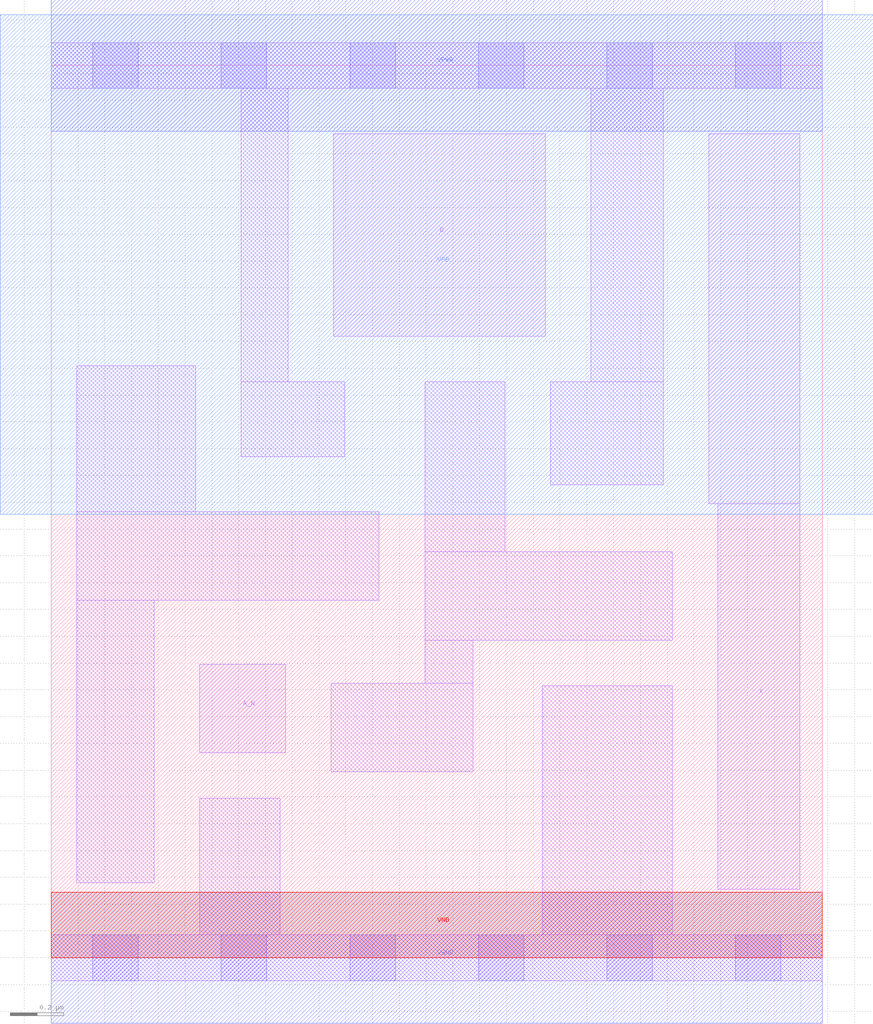
<source format=lef>
# Copyright 2020 The SkyWater PDK Authors
#
# Licensed under the Apache License, Version 2.0 (the "License");
# you may not use this file except in compliance with the License.
# You may obtain a copy of the License at
#
#     https://www.apache.org/licenses/LICENSE-2.0
#
# Unless required by applicable law or agreed to in writing, software
# distributed under the License is distributed on an "AS IS" BASIS,
# WITHOUT WARRANTIES OR CONDITIONS OF ANY KIND, either express or implied.
# See the License for the specific language governing permissions and
# limitations under the License.
#
# SPDX-License-Identifier: Apache-2.0

VERSION 5.7 ;
  NOWIREEXTENSIONATPIN ON ;
  DIVIDERCHAR "/" ;
  BUSBITCHARS "[]" ;
MACRO sky130_fd_sc_lp__and2b_1
  CLASS CORE ;
  FOREIGN sky130_fd_sc_lp__and2b_1 ;
  ORIGIN  0.000000  0.000000 ;
  SIZE  2.880000 BY  3.330000 ;
  SYMMETRY X Y R90 ;
  SITE unit ;
  PIN A_N
    ANTENNAGATEAREA  0.126000 ;
    DIRECTION INPUT ;
    USE SIGNAL ;
    PORT
      LAYER li1 ;
        RECT 0.555000 0.765000 0.875000 1.095000 ;
    END
  END A_N
  PIN B
    ANTENNAGATEAREA  0.126000 ;
    DIRECTION INPUT ;
    USE SIGNAL ;
    PORT
      LAYER li1 ;
        RECT 1.055000 2.320000 1.845000 3.075000 ;
    END
  END B
  PIN X
    ANTENNADIFFAREA  0.556500 ;
    DIRECTION OUTPUT ;
    USE SIGNAL ;
    PORT
      LAYER li1 ;
        RECT 2.455000 1.695000 2.795000 3.075000 ;
        RECT 2.490000 0.255000 2.795000 1.695000 ;
    END
  END X
  PIN VGND
    DIRECTION INOUT ;
    USE GROUND ;
    PORT
      LAYER met1 ;
        RECT 0.000000 -0.245000 2.880000 0.245000 ;
    END
  END VGND
  PIN VNB
    DIRECTION INOUT ;
    USE GROUND ;
    PORT
      LAYER pwell ;
        RECT 0.000000 0.000000 2.880000 0.245000 ;
    END
  END VNB
  PIN VPB
    DIRECTION INOUT ;
    USE POWER ;
    PORT
      LAYER nwell ;
        RECT -0.190000 1.655000 3.070000 3.520000 ;
    END
  END VPB
  PIN VPWR
    DIRECTION INOUT ;
    USE POWER ;
    PORT
      LAYER met1 ;
        RECT 0.000000 3.085000 2.880000 3.575000 ;
    END
  END VPWR
  OBS
    LAYER li1 ;
      RECT 0.000000 -0.085000 2.880000 0.085000 ;
      RECT 0.000000  3.245000 2.880000 3.415000 ;
      RECT 0.095000  0.280000 0.385000 1.335000 ;
      RECT 0.095000  1.335000 1.225000 1.665000 ;
      RECT 0.095000  1.665000 0.540000 2.210000 ;
      RECT 0.555000  0.085000 0.855000 0.595000 ;
      RECT 0.710000  1.870000 1.095000 2.150000 ;
      RECT 0.710000  2.150000 0.885000 3.245000 ;
      RECT 1.045000  0.695000 1.575000 1.025000 ;
      RECT 1.395000  1.025000 1.575000 1.185000 ;
      RECT 1.395000  1.185000 2.320000 1.515000 ;
      RECT 1.395000  1.515000 1.695000 2.150000 ;
      RECT 1.835000  0.085000 2.320000 1.015000 ;
      RECT 1.865000  1.765000 2.285000 2.150000 ;
      RECT 2.015000  2.150000 2.285000 3.245000 ;
    LAYER mcon ;
      RECT 0.155000 -0.085000 0.325000 0.085000 ;
      RECT 0.155000  3.245000 0.325000 3.415000 ;
      RECT 0.635000 -0.085000 0.805000 0.085000 ;
      RECT 0.635000  3.245000 0.805000 3.415000 ;
      RECT 1.115000 -0.085000 1.285000 0.085000 ;
      RECT 1.115000  3.245000 1.285000 3.415000 ;
      RECT 1.595000 -0.085000 1.765000 0.085000 ;
      RECT 1.595000  3.245000 1.765000 3.415000 ;
      RECT 2.075000 -0.085000 2.245000 0.085000 ;
      RECT 2.075000  3.245000 2.245000 3.415000 ;
      RECT 2.555000 -0.085000 2.725000 0.085000 ;
      RECT 2.555000  3.245000 2.725000 3.415000 ;
  END
END sky130_fd_sc_lp__and2b_1
END LIBRARY

</source>
